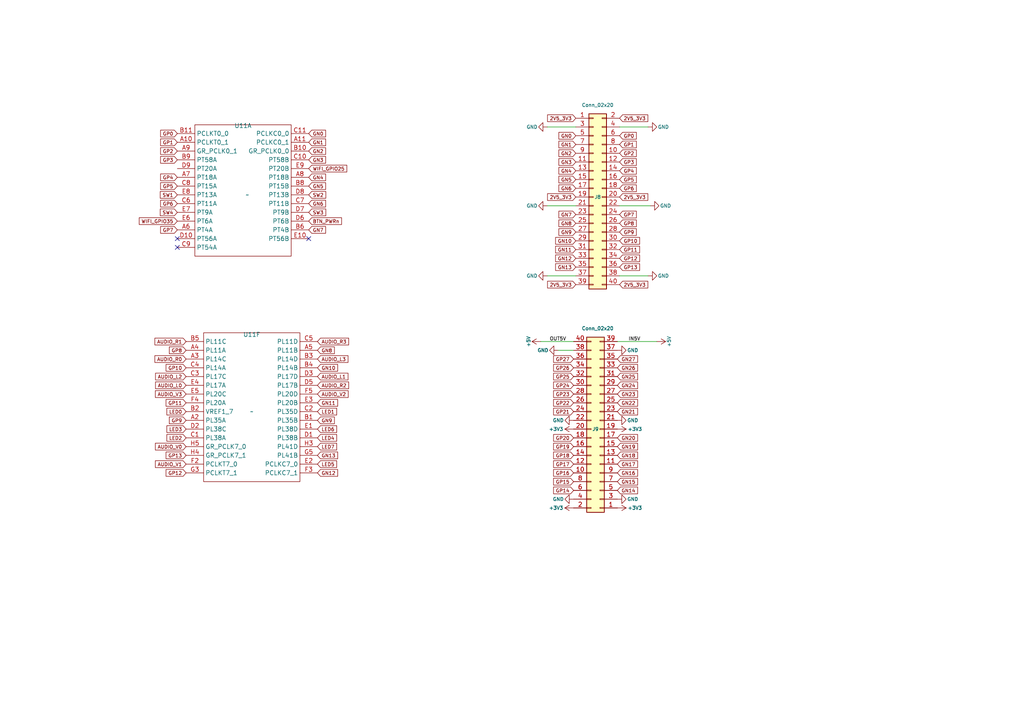
<source format=kicad_sch>
(kicad_sch (version 20230121) (generator eeschema)
  (paper "A4")
  (lib_symbols
    (symbol "Connector_Generic:Conn_02x20_Odd_Even" (pin_names (offset 1.016) hide)
      (property "Reference" "J" (at 1.27 25.4 0))
      (property "Value" "Conn_02x20_Odd_Even" (at 1.27 -27.94 0))
      (symbol "Conn_02x20_Odd_Even_1_1"
        (pin passive line (at -5.08 22.86 0) (length 3.81) (name "Pin_1") (number "1"))
        (pin passive line (at 7.62 12.7 180) (length 3.81) (name "Pin_10") (number "10"))
        (pin passive line (at -5.08 10.16 0) (length 3.81) (name "Pin_11") (number "11"))
        (pin passive line (at 7.62 10.16 180) (length 3.81) (name "Pin_12") (number "12"))
        (pin passive line (at -5.08 7.62 0) (length 3.81) (name "Pin_13") (number "13"))
        (pin passive line (at 7.62 7.62 180) (length 3.81) (name "Pin_14") (number "14"))
        (pin passive line (at -5.08 5.08 0) (length 3.81) (name "Pin_15") (number "15"))
        (pin passive line (at 7.62 5.08 180) (length 3.81) (name "Pin_16") (number "16"))
        (pin passive line (at -5.08 2.54 0) (length 3.81) (name "Pin_17") (number "17"))
        (pin passive line (at 7.62 2.54 180) (length 3.81) (name "Pin_18") (number "18"))
        (pin passive line (at -5.08 0 0) (length 3.81) (name "Pin_19") (number "19"))
        (pin passive line (at 7.62 22.86 180) (length 3.81) (name "Pin_2") (number "2"))
        (pin passive line (at 7.62 0 180) (length 3.81) (name "Pin_20") (number "20"))
        (pin passive line (at -5.08 -2.54 0) (length 3.81) (name "Pin_21") (number "21"))
        (pin passive line (at 7.62 -2.54 180) (length 3.81) (name "Pin_22") (number "22"))
        (pin passive line (at -5.08 -5.08 0) (length 3.81) (name "Pin_23") (number "23"))
        (pin passive line (at 7.62 -5.08 180) (length 3.81) (name "Pin_24") (number "24"))
        (pin passive line (at -5.08 -7.62 0) (length 3.81) (name "Pin_25") (number "25"))
        (pin passive line (at 7.62 -7.62 180) (length 3.81) (name "Pin_26") (number "26"))
        (pin passive line (at -5.08 -10.16 0) (length 3.81) (name "Pin_27") (number "27"))
        (pin passive line (at 7.62 -10.16 180) (length 3.81) (name "Pin_28") (number "28"))
        (pin passive line (at -5.08 -12.7 0) (length 3.81) (name "Pin_29") (number "29"))
        (pin passive line (at -5.08 20.32 0) (length 3.81) (name "Pin_3") (number "3"))
        (pin passive line (at 7.62 -12.7 180) (length 3.81) (name "Pin_30") (number "30"))
        (pin passive line (at -5.08 -15.24 0) (length 3.81) (name "Pin_31") (number "31"))
        (pin passive line (at 7.62 -15.24 180) (length 3.81) (name "Pin_32") (number "32"))
        (pin passive line (at -5.08 -17.78 0) (length 3.81) (name "Pin_33") (number "33"))
        (pin passive line (at 7.62 -17.78 180) (length 3.81) (name "Pin_34") (number "34"))
        (pin passive line (at -5.08 -20.32 0) (length 3.81) (name "Pin_35") (number "35"))
        (pin passive line (at 7.62 -20.32 180) (length 3.81) (name "Pin_36") (number "36"))
        (pin passive line (at -5.08 -22.86 0) (length 3.81) (name "Pin_37") (number "37"))
        (pin passive line (at 7.62 -22.86 180) (length 3.81) (name "Pin_38") (number "38"))
        (pin passive line (at -5.08 -25.4 0) (length 3.81) (name "Pin_39") (number "39"))
        (pin passive line (at 7.62 20.32 180) (length 3.81) (name "Pin_4") (number "4"))
        (pin passive line (at 7.62 -25.4 180) (length 3.81) (name "Pin_40") (number "40"))
        (pin passive line (at -5.08 17.78 0) (length 3.81) (name "Pin_5") (number "5"))
        (pin passive line (at 7.62 17.78 180) (length 3.81) (name "Pin_6") (number "6"))
        (pin passive line (at -5.08 15.24 0) (length 3.81) (name "Pin_7") (number "7"))
        (pin passive line (at 7.62 15.24 180) (length 3.81) (name "Pin_8") (number "8"))
        (pin passive line (at -5.08 12.7 0) (length 3.81) (name "Pin_9") (number "9"))
      )
    )
    (symbol "Library_Ulx3:ULX3_(FPGA)"
      (property "Reference" "U" (at 0 0 0))
      (symbol "ULX3_(FPGA)_1_1"
        (pin input line (at -20.32 15.24 0) (length 5.08) (name "PCLKT0_1") (number "A10"))
        (pin input line (at 17.78 15.24 180) (length 5.08) (name "PCLKC0_1") (number "A11"))
        (pin input line (at -20.32 -10.16 0) (length 5.08) (name "PT4A") (number "A6"))
        (pin input line (at -20.32 5.08 0) (length 5.08) (name "PT18A") (number "A7"))
        (pin input line (at 17.78 5.08 180) (length 5.08) (name "PT18B") (number "A8"))
        (pin input line (at -20.32 12.7 0) (length 5.08) (name "GR_PCLK0_1") (number "A9"))
        (pin input line (at 17.78 12.7 180) (length 5.08) (name "GR_PCLK0_0") (number "B10"))
        (pin input line (at -20.32 17.78 0) (length 5.08) (name "PCLKT0_0") (number "B11"))
        (pin input line (at 17.78 -10.16 180) (length 5.08) (name "PT4B") (number "B6"))
        (pin input line (at 17.78 2.54 180) (length 5.08) (name "PT15B") (number "B8"))
        (pin input line (at -20.32 10.16 0) (length 5.08) (name "PT58A") (number "B9"))
        (pin input line (at 17.78 10.16 180) (length 5.08) (name "PT58B") (number "C10"))
        (pin input line (at 17.78 17.78 180) (length 5.08) (name "PCLKC0_0") (number "C11"))
        (pin input line (at -20.32 -2.54 0) (length 5.08) (name "PT11A") (number "C6"))
        (pin input line (at 17.78 -2.54 180) (length 5.08) (name "PT11B") (number "C7"))
        (pin input line (at -20.32 2.54 0) (length 5.08) (name "PT15A") (number "C8"))
        (pin input line (at -20.32 -15.24 0) (length 5.08) (name "PT54A") (number "C9"))
        (pin input line (at -20.32 -12.7 0) (length 5.08) (name "PT56A") (number "D10"))
        (pin input line (at 17.78 -7.62 180) (length 5.08) (name "PT6B") (number "D6"))
        (pin input line (at 17.78 -5.08 180) (length 5.08) (name "PT9B") (number "D7"))
        (pin input line (at 17.78 0 180) (length 5.08) (name "PT13B") (number "D8"))
        (pin input line (at -20.32 7.62 0) (length 5.08) (name "PT20A") (number "D9"))
        (pin input line (at 17.78 -12.7 180) (length 5.08) (name "PT56B") (number "E10"))
        (pin input line (at -20.32 -7.62 0) (length 5.08) (name "PT6A") (number "E6"))
        (pin input line (at -20.32 -5.08 0) (length 5.08) (name "PT9A") (number "E7"))
        (pin input line (at -20.32 0 0) (length 5.08) (name "PT13A") (number "E8"))
        (pin input line (at 17.78 7.62 180) (length 5.08) (name "PT20B") (number "E9"))
      )
      (symbol "ULX3_(FPGA)_2_1"
        (pin input line (at -20.32 -11.43 0) (length 5.08) (name "PT76A") (number "A12"))
        (pin input line (at 17.78 -11.43 180) (length 5.08) (name "PT76B") (number "A13"))
        (pin input line (at -20.32 -3.81 0) (length 5.08) (name "PT83A") (number "A14"))
        (pin input line (at -20.32 -21.59 0) (length 5.08) (name "PT103A") (number "A15"))
        (pin input line (at -20.32 6.35 0) (length 5.08) (name "PT110A") (number "A16"))
        (pin input line (at -20.32 13.97 0) (length 5.08) (name "PT116A") (number "A17"))
        (pin input line (at -20.32 16.51 0) (length 5.08) (name "PT119A") (number "A18"))
        (pin input line (at -20.32 19.05 0) (length 5.08) (name "PT121A") (number "A19"))
        (pin input line (at -20.32 -16.51 0) (length 5.08) (name "PCLKT1_0") (number "B12"))
        (pin input line (at -20.32 -8.89 0) (length 5.08) (name "PT78A") (number "B13"))
        (pin input line (at -20.32 1.27 0) (length 5.08) (name "PT105A") (number "B15"))
        (pin input line (at 17.78 6.35 180) (length 5.08) (name "PT110B") (number "B16"))
        (pin input line (at -20.32 11.43 0) (length 5.08) (name "PT114A") (number "B17"))
        (pin input line (at 17.78 13.97 180) (length 5.08) (name "PT116B") (number "B18"))
        (pin input line (at 17.78 16.51 180) (length 5.08) (name "PT119B") (number "B19"))
        (pin input line (at 17.78 19.05 180) (length 5.08) (name "PT121B") (number "B20"))
        (pin input line (at 17.78 -16.51 180) (length 5.08) (name "PCLKC1_0") (number "C12"))
        (pin input line (at 17.78 -8.89 180) (length 5.08) (name "PT78B") (number "C13"))
        (pin input line (at 17.78 -3.81 180) (length 5.08) (name "PT83B") (number "C14"))
        (pin input line (at 17.78 1.27 180) (length 5.08) (name "PT105B") (number "C15"))
        (pin input line (at -20.32 8.89 0) (length 5.08) (name "PT112A") (number "C16"))
        (pin input line (at 17.78 11.43 180) (length 5.08) (name "PT114B") (number "C17"))
        (pin input line (at -20.32 -19.05 0) (length 5.08) (name "PCLKT1_1") (number "D11"))
        (pin input line (at -20.32 -13.97 0) (length 5.08) (name "GR_PCLK1_0") (number "D12"))
        (pin input line (at -20.32 -6.35 0) (length 5.08) (name "PT80A") (number "D13"))
        (pin input line (at -20.32 -1.27 0) (length 5.08) (name "PT85A") (number "D14"))
        (pin input line (at -20.32 3.81 0) (length 5.08) (name "PT107A") (number "D15"))
        (pin input line (at 17.78 8.89 180) (length 5.08) (name "PT112B") (number "D16"))
        (pin input line (at 17.78 -19.05 180) (length 5.08) (name "PCLKC1_1") (number "E11"))
        (pin input line (at 17.78 -13.97 180) (length 5.08) (name "GR_PCLK1_1") (number "E12"))
        (pin input line (at 17.78 -6.35 180) (length 5.08) (name "PT80B") (number "E13"))
        (pin input line (at 17.78 -1.27 180) (length 5.08) (name "PT85B") (number "E14"))
        (pin input line (at 17.78 3.81 180) (length 5.08) (name "PT107B") (number "E15"))
      )
      (symbol "ULX3_(FPGA)_3_1"
        (pin input line (at -19.05 -19.05 0) (length 5.08) (name "PR11A") (number "C18"))
        (pin input line (at -19.05 1.27 0) (length 5.08) (name "PR35A") (number "C20"))
        (pin input line (at 19.05 -19.05 180) (length 5.08) (name "PR11B") (number "D17"))
        (pin input line (at -19.05 -13.97 0) (length 5.08) (name "PR14A") (number "D18"))
        (pin input line (at 19.05 1.27 180) (length 5.08) (name "PR35B") (number "D19"))
        (pin input line (at -19.05 3.81 0) (length 5.08) (name "VREF1_2") (number "D20"))
        (pin input line (at -19.05 -16.51 0) (length 5.08) (name "PR11C") (number "E16"))
        (pin input line (at 19.05 -13.97 180) (length 5.08) (name "PR14B") (number "E17"))
        (pin input line (at -19.05 -11.43 0) (length 5.08) (name "PR14C") (number "E18"))
        (pin input line (at 19.05 3.81 180) (length 5.08) (name "PR35D") (number "E19"))
        (pin input line (at -19.05 6.35 0) (length 5.08) (name "PR38A") (number "E20"))
        (pin input line (at 19.05 -16.51 180) (length 5.08) (name "PR11D") (number "F16"))
        (pin input line (at -19.05 -8.89 0) (length 5.08) (name "PR17A") (number "F17"))
        (pin input line (at 19.05 -11.43 180) (length 5.08) (name "PR14D") (number "F18"))
        (pin input line (at 19.05 6.35 180) (length 5.08) (name "PR38B") (number "F19"))
        (pin input line (at -19.05 8.89 0) (length 5.08) (name "PR38C") (number "F20"))
        (pin input line (at -19.05 -6.35 0) (length 5.08) (name "PR17C") (number "G16"))
        (pin input line (at 19.05 -8.89 180) (length 5.08) (name "PR17B") (number "G18"))
        (pin input line (at -19.05 11.43 0) (length 5.08) (name "GR_PCLK2_1") (number "G19"))
        (pin input line (at 19.05 8.89 180) (length 5.08) (name "PR38D") (number "G20"))
        (pin input line (at 19.05 -6.35 180) (length 5.08) (name "PR17D") (number "H16"))
        (pin input line (at 19.05 -3.81 180) (length 5.08) (name "PR20B") (number "H17"))
        (pin input line (at -19.05 -3.81 0) (length 5.08) (name "PR20A") (number "H18"))
        (pin input line (at 19.05 11.43 180) (length 5.08) (name "PR41B") (number "H20"))
        (pin input line (at 19.05 -1.27 180) (length 5.08) (name "PR20D") (number "J16"))
        (pin input line (at -19.05 -1.27 0) (length 5.08) (name "PR20C") (number "J17"))
        (pin input line (at -19.05 13.97 0) (length 5.08) (name "GR_PCLK2_0") (number "J18"))
        (pin input line (at -19.05 16.51 0) (length 5.08) (name "PCLKT2_1") (number "J19"))
        (pin input line (at -19.05 19.05 0) (length 5.08) (name "PCLKT2_0") (number "J20"))
        (pin input line (at -19.05 -21.59 0) (length 5.08) (name "PR29A") (number "K16"))
        (pin input line (at 19.05 -21.59 180) (length 5.08) (name "PR29B") (number "K17"))
        (pin input line (at 19.05 13.97 180) (length 5.08) (name "PR41D") (number "K18"))
        (pin input line (at 19.05 16.51 180) (length 5.08) (name "PCLKC2_1") (number "K19"))
        (pin input line (at 19.05 19.05 180) (length 5.08) (name "PCLKC2_0") (number "K20"))
      )
      (symbol "ULX3_(FPGA)_4_1"
        (pin input line (at -19.05 -15.24 0) (length 5.08) (name "GR_PCLK3_0") (number "L16"))
        (pin input line (at 19.05 -15.24 180) (length 5.08) (name "PR50B") (number "L17"))
        (pin input line (at -19.05 -12.7 0) (length 5.08) (name "GR_PCLK3_1") (number "L18"))
        (pin input line (at -19.05 -17.78 0) (length 5.08) (name "PCLKT3_0") (number "L19"))
        (pin input line (at -19.05 -20.32 0) (length 5.08) (name "PCLKT3_1") (number "L20"))
        (pin input line (at 19.05 -10.16 180) (length 5.08) (name "PR53B") (number "M17"))
        (pin input line (at 19.05 -12.7 180) (length 5.08) (name "PR50D") (number "M18"))
        (pin input line (at 19.05 -17.78 180) (length 5.08) (name "PCLKC3_0") (number "M19"))
        (pin input line (at 19.05 -20.32 180) (length 5.08) (name "PCLKC3_1") (number "M20"))
        (pin input line (at -19.05 -10.16 0) (length 5.08) (name "PR53A") (number "N16"))
        (pin input line (at -19.05 -5.08 0) (length 5.08) (name "PR56A") (number "N17"))
        (pin input line (at -19.05 -7.62 0) (length 5.08) (name "PR53C") (number "N18"))
        (pin input line (at -19.05 0 0) (length 5.08) (name "PR83A") (number "N19"))
        (pin input line (at 19.05 0 180) (length 5.08) (name "PR83B") (number "N20"))
        (pin input line (at 19.05 -5.08 180) (length 5.08) (name "VREF1_3") (number "P16"))
        (pin input line (at 19.05 -7.62 180) (length 5.08) (name "PR53D") (number "P17"))
        (pin input line (at 19.05 2.54 180) (length 5.08) (name "PR83D") (number "P18"))
        (pin input line (at -19.05 2.54 0) (length 5.08) (name "PR83C") (number "P19"))
        (pin input line (at -19.05 5.08 0) (length 5.08) (name "PR86A") (number "P20"))
        (pin input line (at -19.05 -2.54 0) (length 5.08) (name "PR56C") (number "R16"))
        (pin input line (at 19.05 -2.54 180) (length 5.08) (name "PR56D") (number "R17"))
        (pin input line (at 19.05 10.16 180) (length 5.08) (name "PR89B") (number "R18"))
        (pin input line (at 19.05 5.08 180) (length 5.08) (name "PR86B") (number "R20"))
        (pin input line (at -19.05 -22.86 0) (length 5.08) (name "PR77A") (number "T16"))
        (pin input line (at 19.05 17.78 180) (length 5.08) (name "GPLL0C_IN") (number "T17"))
        (pin input line (at 19.05 12.7 180) (length 5.08) (name "PR89D") (number "T18"))
        (pin input line (at -19.05 10.16 0) (length 5.08) (name "PR89A") (number "T19"))
        (pin input line (at -19.05 7.62 0) (length 5.08) (name "PR86C") (number "T20"))
        (pin input line (at -19.05 17.78 0) (length 5.08) (name "GPLL0T_IN") (number "U16"))
        (pin input line (at 19.05 15.24 180) (length 5.08) (name "PR92B") (number "U17"))
        (pin input line (at -19.05 15.24 0) (length 5.08) (name "PR92A") (number "U18"))
        (pin input line (at -19.05 12.7 0) (length 5.08) (name "PR89C") (number "U19"))
        (pin input line (at 19.05 7.62 180) (length 5.08) (name "PR86D") (number "U20"))
      )
      (symbol "ULX3_(FPGA)_5_1"
        (pin input line (at 19.05 15.24 180) (length 5.08) (name "PCLKC6_1") (number "F1"))
        (pin input line (at 19.05 17.78 180) (length 5.08) (name "PCLKC6_0") (number "G1"))
        (pin input line (at -19.05 15.24 0) (length 5.08) (name "PCLKT6_1") (number "G2"))
        (pin input line (at -19.05 7.62 0) (length 5.08) (name "PL53C") (number "H1"))
        (pin input line (at -19.05 17.78 0) (length 5.08) (name "PCLKT6_0") (number "H2"))
        (pin input line (at 19.05 5.08 180) (length 5.08) (name "PL53B") (number "J1"))
        (pin input line (at -19.05 12.7 0) (length 5.08) (name "GR_PCLK6_1") (number "J3"))
        (pin input line (at -19.05 10.16 0) (length 5.08) (name "GR_PCLK6_0") (number "J4"))
        (pin input line (at 19.05 10.16 180) (length 5.08) (name "PL50B") (number "J5"))
        (pin input line (at 19.05 7.62 180) (length 5.08) (name "PL53D") (number "K1"))
        (pin input line (at -19.05 5.08 0) (length 5.08) (name "PL53A") (number "K2"))
        (pin input line (at 19.05 12.7 180) (length 5.08) (name "PL50D") (number "K3"))
        (pin input line (at -19.05 0 0) (length 5.08) (name "PL56A") (number "K4"))
        (pin input line (at 19.05 0 180) (length 5.08) (name "VREF1_6") (number "K5"))
        (pin input line (at -19.05 -12.7 0) (length 5.08) (name "PL65C") (number "L1"))
        (pin input line (at 19.05 -7.62 180) (length 5.08) (name "PL86D") (number "L2"))
        (pin input line (at -19.05 -7.62 0) (length 5.08) (name "PL86C") (number "L3"))
        (pin input line (at -19.05 2.54 0) (length 5.08) (name "PL56C") (number "L4"))
        (pin input line (at 19.05 2.54 180) (length 5.08) (name "PL56D") (number "L5"))
        (pin input line (at 19.05 -15.24 180) (length 5.08) (name "PL89B") (number "M1"))
        (pin input line (at 19.05 -10.16 180) (length 5.08) (name "PL86B") (number "M3"))
        (pin input line (at -19.05 -5.08 0) (length 5.08) (name "PL83A") (number "M4"))
        (pin input line (at -19.05 -22.86 0) (length 5.08) (name "PL77A") (number "M5"))
        (pin input line (at 19.05 -12.7 180) (length 5.08) (name "PL89D") (number "N1"))
        (pin input line (at -19.05 -15.24 0) (length 5.08) (name "PL65A") (number "N2"))
        (pin input line (at -19.05 -10.16 0) (length 5.08) (name "PL86A") (number "N3"))
        (pin input line (at -19.05 -2.54 0) (length 5.08) (name "PL83C") (number "N4"))
        (pin input line (at 19.05 -5.08 180) (length 5.08) (name "PL83B") (number "N5"))
        (pin input line (at -19.05 -20.32 0) (length 5.08) (name "PL92A") (number "P1"))
        (pin input line (at 19.05 -20.32 180) (length 5.08) (name "PL92B") (number "P2"))
        (pin input line (at -19.05 -17.78 0) (length 5.08) (name "GPLL0T_IN") (number "P3"))
        (pin input line (at 19.05 -17.78 180) (length 5.08) (name "GPLL0C_IN") (number "P4"))
        (pin input line (at 19.05 -2.54 180) (length 5.08) (name "PL83D") (number "P5"))
      )
      (symbol "ULX3_(FPGA)_6_1"
        (pin input line (at -19.05 -2.54 0) (length 5.08) (name "PL35A") (number "A2"))
        (pin input line (at -19.05 15.24 0) (length 5.08) (name "PL14C") (number "A3"))
        (pin input line (at -19.05 17.78 0) (length 5.08) (name "PL11A") (number "A4"))
        (pin input line (at 19.05 17.78 180) (length 5.08) (name "PL11B") (number "A5"))
        (pin input line (at 19.05 -2.54 180) (length 5.08) (name "PL35B") (number "B1"))
        (pin input line (at -19.05 0 0) (length 5.08) (name "VREF1_7") (number "B2"))
        (pin input line (at 19.05 15.24 180) (length 5.08) (name "PL14D") (number "B3"))
        (pin input line (at 19.05 12.7 180) (length 5.08) (name "PL14B") (number "B4"))
        (pin input line (at -19.05 20.32 0) (length 5.08) (name "PL11C") (number "B5"))
        (pin input line (at -19.05 -7.62 0) (length 5.08) (name "PL38A") (number "C1"))
        (pin input line (at 19.05 0 180) (length 5.08) (name "PL35D") (number "C2"))
        (pin input line (at -19.05 10.16 0) (length 5.08) (name "PL17C") (number "C3"))
        (pin input line (at -19.05 12.7 0) (length 5.08) (name "PL14A") (number "C4"))
        (pin input line (at 19.05 20.32 180) (length 5.08) (name "PL11D") (number "C5"))
        (pin input line (at 19.05 -7.62 180) (length 5.08) (name "PL38B") (number "D1"))
        (pin input line (at -19.05 -5.08 0) (length 5.08) (name "PL38C") (number "D2"))
        (pin input line (at 19.05 10.16 180) (length 5.08) (name "PL17D") (number "D3"))
        (pin input line (at 19.05 7.62 180) (length 5.08) (name "PL17B") (number "D5"))
        (pin input line (at 19.05 -5.08 180) (length 5.08) (name "PL38D") (number "E1"))
        (pin input line (at 19.05 -15.24 180) (length 5.08) (name "PCLKC7_0") (number "E2"))
        (pin input line (at 19.05 2.54 180) (length 5.08) (name "PL20B") (number "E3"))
        (pin input line (at -19.05 7.62 0) (length 5.08) (name "PL17A") (number "E4"))
        (pin input line (at -19.05 5.08 0) (length 5.08) (name "PL20C") (number "E5"))
        (pin input line (at -19.05 -15.24 0) (length 5.08) (name "PCLKT7_0") (number "F2"))
        (pin input line (at 19.05 -17.78 180) (length 5.08) (name "PCLKC7_1") (number "F3"))
        (pin input line (at -19.05 2.54 0) (length 5.08) (name "PL20A") (number "F4"))
        (pin input line (at 19.05 5.08 180) (length 5.08) (name "PL20D") (number "F5"))
        (pin input line (at -19.05 -17.78 0) (length 5.08) (name "PCLKT7_1") (number "G3"))
        (pin input line (at 19.05 -12.7 180) (length 5.08) (name "PL41B") (number "G5"))
        (pin input line (at 19.05 -10.16 180) (length 5.08) (name "PL41D") (number "H3"))
        (pin input line (at -19.05 -12.7 0) (length 5.08) (name "GR_PCLK7_1") (number "H4"))
        (pin input line (at -19.05 -10.16 0) (length 5.08) (name "GR_PCLK7_0") (number "H5"))
      )
      (symbol "ULX3_(FPGA)_7_1"
        (pin input line (at -17.78 16.51 0) (length 5.08) (name "D7") (number "R1"))
        (pin input line (at -17.78 3.81 0) (length 5.08) (name "CSSPIN") (number "R2"))
        (pin input line (at 20.32 3.81 180) (length 5.08) (name "DOUT/CSOn") (number "R3"))
        (pin input line (at -17.78 -11.43 0) (length 5.08) (name "CFG_2") (number "R4"))
        (pin input line (at 20.32 16.51 180) (length 5.08) (name "D6") (number "T1"))
        (pin input line (at -17.78 6.35 0) (length 5.08) (name "SN/CSn") (number "T2"))
        (pin input line (at -17.78 -3.81 0) (length 5.08) (name "WRITEn") (number "T3"))
        (pin input line (at -17.78 -13.97 0) (length 5.08) (name "CFG_1") (number "T4"))
        (pin input line (at -17.78 13.97 0) (length 5.08) (name "D5/MISO2") (number "U1"))
        (pin input line (at 20.32 6.35 180) (length 5.08) (name "CS1n") (number "U2"))
        (pin input line (at -17.78 -6.35 0) (length 5.08) (name "CCLK") (number "U3"))
        (pin input line (at -17.78 -16.51 0) (length 5.08) (name "CFG_0") (number "U4"))
        (pin input line (at 20.32 13.97 180) (length 5.08) (name "D4/MOSI2") (number "V1"))
        (pin input line (at -17.78 8.89 0) (length 5.08) (name "D1/MISO") (number "V2"))
        (pin input line (at -17.78 1.27 0) (length 5.08) (name "INITn") (number "V3"))
        (pin input line (at -17.78 11.43 0) (length 5.08) (name "D3/HOLDn") (number "W1"))
        (pin input line (at 20.32 8.89 180) (length 5.08) (name "D0/MOSI") (number "W2"))
        (pin input line (at -17.78 -1.27 0) (length 5.08) (name "PROGRAMn") (number "W3"))
        (pin input line (at 20.32 11.43 180) (length 5.08) (name "D2/WPn") (number "Y2"))
        (pin input line (at -17.78 -8.89 0) (length 5.08) (name "DONE") (number "Y3"))
      )
      (symbol "ULX3_(FPGA)_8_1"
        (pin input line (at 21.59 7.62 180) (length 5.08) (name "VCCHTX0_D0CH1") (number "T10"))
        (pin input line (at -21.59 -8.89 0) (length 5.08) (name "VCCHTX0_D1CH0") (number "T11"))
        (pin input line (at -21.59 -11.43 0) (length 5.08) (name "VCCHRX0_D1CH0") (number "T12"))
        (pin input line (at 21.59 -11.43 180) (length 5.08) (name "VCCHRX0_D1CH1") (number "T13"))
        (pin input line (at 21.59 -8.89 180) (length 5.08) (name "VCCHTX0_D1CH1") (number "T14"))
        (pin input line (at -21.59 -3.81 0) (length 5.08) (name "VCCA1") (number "T15"))
        (pin input line (at -21.59 2.54 0) (length 5.08) (name "VCCA0") (number "T6"))
        (pin input line (at -21.59 7.62 0) (length 5.08) (name "VCCHTX0_D0CH0") (number "T7"))
        (pin input line (at -21.59 5.08 0) (length 5.08) (name "VCCHRX0_D0CH0") (number "T8"))
        (pin input line (at 21.59 5.08 180) (length 5.08) (name "VCCHRX0_D0CH1") (number "T9"))
        (pin input line (at -21.59 -6.35 0) (length 5.08) (name "VCCA1") (number "U15"))
        (pin input line (at -21.59 0 0) (length 5.08) (name "VCCA0") (number "U6"))
        (pin input line (at 21.59 2.54 180) (length 5.08) (name "VCCAUXA0") (number "V10"))
        (pin input line (at 21.59 0 180) (length 5.08) (name "VCCAUXA0") (number "V11"))
        (pin input line (at 21.59 -3.81 180) (length 5.08) (name "VCCAUXA1") (number "V17"))
        (pin input line (at 21.59 -6.35 180) (length 5.08) (name "VCCAUXA1") (number "V18"))
        (pin input line (at -21.59 -17.78 0) (length 5.08) (name "HDTXP0_D1CH0") (number "W13"))
        (pin input line (at 21.59 -17.78 180) (length 5.08) (name "HDTXN0_D1CH0") (number "W14"))
        (pin input line (at -21.59 -22.86 0) (length 5.08) (name "HDTXP0_D1CH1") (number "W17"))
        (pin input line (at 21.59 -22.86 180) (length 5.08) (name "HDTXN0_D1CH1") (number "W18"))
        (pin input line (at 21.59 -15.24 180) (length 5.08) (name "REFCLKN_D1") (number "W20"))
        (pin input line (at -21.59 19.05 0) (length 5.08) (name "HDTXP0_D0CH0") (number "W4"))
        (pin input line (at 21.59 19.05 180) (length 5.08) (name "HDTXN0_D0CH0") (number "W5"))
        (pin input line (at -21.59 13.97 0) (length 5.08) (name "HDTXP0_D0CH1") (number "W8"))
        (pin input line (at 21.59 13.97 180) (length 5.08) (name "HDTXN0_D0CH1") (number "W9"))
        (pin input line (at -21.59 21.59 0) (length 5.08) (name "REFCLKP_D0") (number "Y11"))
        (pin input line (at 21.59 21.59 180) (length 5.08) (name "REFCLKN_D0") (number "Y12"))
        (pin input line (at -21.59 -20.32 0) (length 5.08) (name "HDRXP0_D1CH0") (number "Y14"))
        (pin input line (at 21.59 -20.32 180) (length 5.08) (name "HDRXN0_D1CH0") (number "Y15"))
        (pin input line (at -21.59 -25.4 0) (length 5.08) (name "HDRXP0_D1CH1") (number "Y16"))
        (pin input line (at 21.59 -25.4 180) (length 5.08) (name "HDRXN0_D1CH1") (number "Y17"))
        (pin input line (at -21.59 -15.24 0) (length 5.08) (name "REFCLKP_D1") (number "Y19"))
        (pin input line (at -21.59 16.51 0) (length 5.08) (name "HDRXP0_D0CH0") (number "Y5"))
        (pin input line (at 21.59 16.51 180) (length 5.08) (name "HDRXN0_D0CH0") (number "Y6"))
        (pin input line (at -21.59 11.43 0) (length 5.08) (name "HDRXP0_D0CH1") (number "Y7"))
        (pin input line (at 21.59 11.43 180) (length 5.08) (name "HDRXN0_D0CH1") (number "Y8"))
      )
      (symbol "ULX3_(FPGA)_9_1"
        (pin input line (at -10.16 74.93 0) (length 2.54) (name "GND") (number "B14"))
        (pin input line (at -10.16 76.2 0) (length 2.54) (name "GND") (number "B7"))
        (pin input line (at -10.16 73.66 0) (length 2.54) (name "GND") (number "C19"))
        (pin input line (at -10.16 72.39 0) (length 2.54) (name "GND") (number "D4"))
        (pin input line (at 12.7 -38.1 180) (length 2.54) (name "VCC100_2") (number "F10"))
        (pin input line (at 12.7 0 180) (length 2.54) (name "VCC101_1") (number "F11"))
        (pin input line (at 12.7 -2.54 180) (length 2.54) (name "VCC101_2") (number "F12"))
        (pin input line (at -10.16 68.58 0) (length 2.54) (name "GND") (number "F13"))
        (pin input line (at -10.16 67.31 0) (length 2.54) (name "GND") (number "F14"))
        (pin input line (at 12.7 10.16 180) (length 2.54) (name "VCCAUX_2") (number "F15"))
        (pin input line (at 12.7 12.7 180) (length 2.54) (name "VCCAUX_1") (number "F6"))
        (pin input line (at -10.16 71.12 0) (length 2.54) (name "GND") (number "F7"))
        (pin input line (at -10.16 69.85 0) (length 2.54) (name "GND") (number "F8"))
        (pin input line (at 12.7 -35.56 180) (length 2.54) (name "VCC100_1") (number "F9"))
        (pin input line (at -10.16 59.69 0) (length 2.54) (name "GND") (number "G10"))
        (pin input line (at -10.16 58.42 0) (length 2.54) (name "GND") (number "G11"))
        (pin input line (at -10.16 57.15 0) (length 2.54) (name "GND") (number "G12"))
        (pin input line (at -10.16 55.88 0) (length 2.54) (name "GND") (number "G13"))
        (pin input line (at -10.16 54.61 0) (length 2.54) (name "GND") (number "G14"))
        (pin input line (at -10.16 53.34 0) (length 2.54) (name "GND") (number "G15"))
        (pin input line (at -10.16 52.07 0) (length 2.54) (name "GND") (number "G17"))
        (pin input line (at -10.16 66.04 0) (length 2.54) (name "GND") (number "G4"))
        (pin input line (at -10.16 64.77 0) (length 2.54) (name "GND") (number "G6"))
        (pin input line (at -10.16 63.5 0) (length 2.54) (name "GND") (number "G7"))
        (pin input line (at -10.16 62.23 0) (length 2.54) (name "GND") (number "G8"))
        (pin input line (at -10.16 60.96 0) (length 2.54) (name "GND") (number "G9"))
        (pin input line (at 12.7 60.96 180) (length 2.54) (name "VCC_3") (number "H10"))
        (pin input line (at 12.7 58.42 180) (length 2.54) (name "VCC_4") (number "H11"))
        (pin input line (at 12.7 55.88 180) (length 2.54) (name "VCC_5") (number "H12"))
        (pin input line (at 12.7 53.34 180) (length 2.54) (name "VCC_6") (number "H13"))
        (pin input line (at 12.7 -5.08 180) (length 2.54) (name "VCC102_1") (number "H14"))
        (pin input line (at 12.7 -7.62 180) (length 2.54) (name "VCC102_2") (number "H15"))
        (pin input line (at -10.16 50.8 0) (length 2.54) (name "GND") (number "H19"))
        (pin input line (at 12.7 -40.64 180) (length 2.54) (name "VCCI07_1") (number "H6"))
        (pin input line (at 12.7 -43.18 180) (length 2.54) (name "VCCI07_2") (number "H7"))
        (pin input line (at 12.7 66.04 180) (length 2.54) (name "VCC_1") (number "H8"))
        (pin input line (at 12.7 63.5 180) (length 2.54) (name "VCC_2") (number "H9"))
        (pin input line (at -10.16 45.72 0) (length 2.54) (name "GND") (number "J10"))
        (pin input line (at -10.16 44.45 0) (length 2.54) (name "GND") (number "J11"))
        (pin input line (at -10.16 43.18 0) (length 2.54) (name "GND") (number "J12"))
        (pin input line (at 12.7 48.26 180) (length 2.54) (name "VCC_8") (number "J13"))
        (pin input line (at -10.16 41.91 0) (length 2.54) (name "GND") (number "J14"))
        (pin input line (at 12.7 -10.16 180) (length 2.54) (name "VCC102_3") (number "J15"))
        (pin input line (at -10.16 49.53 0) (length 2.54) (name "GND") (number "J2"))
        (pin input line (at 12.7 -45.72 180) (length 2.54) (name "VCC107_3") (number "J6"))
        (pin input line (at -10.16 48.26 0) (length 2.54) (name "GND") (number "J7"))
        (pin input line (at 12.7 50.8 180) (length 2.54) (name "VCC_7") (number "J8"))
        (pin input line (at -10.16 46.99 0) (length 2.54) (name "GND") (number "J9"))
        (pin input line (at -10.16 36.83 0) (length 2.54) (name "GND") (number "K10"))
        (pin input line (at -10.16 35.56 0) (length 2.54) (name "GND") (number "K11"))
        (pin input line (at -10.16 34.29 0) (length 2.54) (name "GND") (number "K12"))
        (pin input line (at 12.7 43.18 180) (length 2.54) (name "VCC_10") (number "K13"))
        (pin input line (at -10.16 33.02 0) (length 2.54) (name "GND") (number "K14"))
        (pin input line (at -10.16 31.75 0) (length 2.54) (name "GND") (number "K15"))
        (pin input line (at -10.16 40.64 0) (length 2.54) (name "GND") (number "K6"))
        (pin input line (at -10.16 39.37 0) (length 2.54) (name "GND") (number "K7"))
        (pin input line (at 12.7 45.72 180) (length 2.54) (name "VCC_9") (number "K8"))
        (pin input line (at -10.16 38.1 0) (length 2.54) (name "GND") (number "K9"))
        (pin input line (at -10.16 29.21 0) (length 2.54) (name "GND") (number "L10"))
        (pin input line (at -10.16 27.94 0) (length 2.54) (name "GND") (number "L11"))
        (pin input line (at -10.16 26.67 0) (length 2.54) (name "GND") (number "L12"))
        (pin input line (at 12.7 38.1 180) (length 2.54) (name "VCC_12") (number "L13"))
        (pin input line (at 12.7 -12.7 180) (length 2.54) (name "VCC103_1") (number "L14"))
        (pin input line (at 12.7 -15.24 180) (length 2.54) (name "VCC103_2") (number "L15"))
        (pin input line (at 12.7 -20.32 180) (length 2.54) (name "VCC106_1") (number "L6"))
        (pin input line (at 12.7 -22.86 180) (length 2.54) (name "VCC106_2") (number "L7"))
        (pin input line (at 12.7 40.64 180) (length 2.54) (name "VCC_11") (number "L8"))
        (pin input line (at -10.16 30.48 0) (length 2.54) (name "GND") (number "L9"))
        (pin input line (at -10.16 21.59 0) (length 2.54) (name "GND") (number "M10"))
        (pin input line (at -10.16 20.32 0) (length 2.54) (name "GND") (number "M11"))
        (pin input line (at -10.16 19.05 0) (length 2.54) (name "GND") (number "M12"))
        (pin input line (at 12.7 33.02 180) (length 2.54) (name "VCC_14") (number "M13"))
        (pin input line (at -10.16 17.78 0) (length 2.54) (name "GND") (number "M14"))
        (pin input line (at 12.7 -17.78 180) (length 2.54) (name "VCC103_3") (number "M15"))
        (pin input line (at -10.16 16.51 0) (length 2.54) (name "GND") (number "M16"))
        (pin input line (at -10.16 25.4 0) (length 2.54) (name "GND") (number "M2"))
        (pin input line (at 12.7 -25.4 180) (length 2.54) (name "VCC106_3") (number "M6"))
        (pin input line (at -10.16 24.13 0) (length 2.54) (name "GND") (number "M7"))
        (pin input line (at 12.7 35.56 180) (length 2.54) (name "VCC_13") (number "M8"))
        (pin input line (at -10.16 22.86 0) (length 2.54) (name "GND") (number "M9"))
        (pin input line (at 12.7 25.4 180) (length 2.54) (name "VCC_17") (number "N10"))
        (pin input line (at 12.7 22.86 180) (length 2.54) (name "VCC_18") (number "N11"))
        (pin input line (at 12.7 20.32 180) (length 2.54) (name "VCC_19") (number "N12"))
        (pin input line (at 12.7 17.78 180) (length 2.54) (name "VCC_20") (number "N13"))
        (pin input line (at -10.16 12.7 0) (length 2.54) (name "GND") (number "N14"))
        (pin input line (at -10.16 11.43 0) (length 2.54) (name "GND") (number "N15"))
        (pin input line (at -10.16 15.24 0) (length 2.54) (name "GND") (number "N6"))
        (pin input line (at -10.16 13.97 0) (length 2.54) (name "GND") (number "N7"))
        (pin input line (at 12.7 30.48 180) (length 2.54) (name "VCC_15") (number "N8"))
        (pin input line (at 12.7 27.94 180) (length 2.54) (name "VCC_16") (number "N9"))
        (pin input line (at 12.7 -30.48 180) (length 2.54) (name "VCC108_2") (number "P10"))
        (pin input line (at -10.16 7.62 0) (length 2.54) (name "GND") (number "P11"))
        (pin input line (at -10.16 6.35 0) (length 2.54) (name "GND") (number "P12"))
        (pin input line (at -10.16 5.08 0) (length 2.54) (name "GND") (number "P13"))
        (pin input line (at -10.16 3.81 0) (length 2.54) (name "GND") (number "P14"))
        (pin input line (at 12.7 5.08 180) (length 2.54) (name "VCCAUX_4") (number "P15"))
        (pin input line (at 12.7 7.62 180) (length 2.54) (name "VCCAUX_3") (number "P6"))
        (pin input line (at -10.16 10.16 0) (length 2.54) (name "GND") (number "P7"))
        (pin input line (at -10.16 8.89 0) (length 2.54) (name "GND") (number "P8"))
        (pin input line (at 12.7 -27.94 180) (length 2.54) (name "VCC108_1") (number "P9"))
        (pin input line (at -10.16 2.54 0) (length 2.54) (name "GND") (number "R19"))
        (pin input line (at -10.16 -3.81 0) (length 2.54) (name "GND") (number "T10"))
        (pin input line (at -10.16 -5.08 0) (length 2.54) (name "GND") (number "T11"))
        (pin input line (at -10.16 -6.35 0) (length 2.54) (name "GND") (number "T12"))
        (pin input line (at -10.16 -7.62 0) (length 2.54) (name "GND") (number "T13"))
        (pin input line (at -10.16 -8.89 0) (length 2.54) (name "GND") (number "T14"))
        (pin input line (at -10.16 -10.16 0) (length 2.54) (name "GND") (number "T15"))
        (pin input line (at -10.16 1.27 0) (length 2.54) (name "GND") (number "T6"))
        (pin input line (at -10.16 0 0) (length 2.54) (name "GND") (number "T7"))
        (pin input line (at -10.16 -1.27 0) (length 2.54) (name "GND") (number "T8"))
        (pin input line (at -10.16 -2.54 0) (length 2.54) (name "GND") (number "T9"))
        (pin input line (at -10.16 -16.51 0) (length 2.54) (name "GND") (number "U10"))
        (pin input line (at -10.16 -17.78 0) (length 2.54) (name "GND") (number "U11"))
        (pin input line (at -10.16 -19.05 0) (length 2.54) (name "GND") (number "U12"))
        (pin input line (at -10.16 -20.32 0) (length 2.54) (name "GND") (number "U13"))
        (pin input line (at -10.16 -21.59 0) (length 2.54) (name "GND") (number "U14"))
        (pin input line (at -10.16 -22.86 0) (length 2.54) (name "GND") (number "U15"))
        (pin input line (at -10.16 -11.43 0) (length 2.54) (name "GND") (number "U6"))
        (pin input line (at -10.16 -12.7 0) (length 2.54) (name "GND") (number "U7"))
        (pin input line (at -10.16 -13.97 0) (length 2.54) (name "GND") (number "U8"))
        (pin input line (at -10.16 -15.24 0) (length 2.54) (name "GND") (number "U9"))
        (pin input line (at -10.16 -30.48 0) (length 2.54) (name "GND") (number "V10"))
        (pin input line (at -10.16 -31.75 0) (length 2.54) (name "GND") (number "V11"))
        (pin input line (at -10.16 -33.02 0) (length 2.54) (name "GND") (number "V12"))
        (pin input line (at -10.16 -34.29 0) (length 2.54) (name "GND") (number "V13"))
        (pin input line (at -10.16 -35.56 0) (length 2.54) (name "GND") (number "V14"))
        (pin input line (at -10.16 -36.83 0) (length 2.54) (name "GND") (number "V15"))
        (pin input line (at -10.16 -38.1 0) (length 2.54) (name "GND") (number "V16"))
        (pin input line (at -10.16 -39.37 0) (length 2.54) (name "GND") (number "V17"))
        (pin input line (at -10.16 -40.64 0) (length 2.54) (name "GND") (number "V18"))
        (pin input line (at -10.16 -41.91 0) (length 2.54) (name "GND") (number "V19"))
        (pin input line (at -10.16 -43.18 0) (length 2.54) (name "GND") (number "V20"))
        (pin input line (at -10.16 -24.13 0) (length 2.54) (name "GND") (number "V5"))
        (pin input line (at -10.16 -25.4 0) (length 2.54) (name "GND") (number "V6"))
        (pin input line (at -10.16 -26.67 0) (length 2.54) (name "GND") (number "V7"))
        (pin input line (at -10.16 -27.94 0) (length 2.54) (name "GND") (number "V8"))
        (pin input line (at -10.16 -29.21 0) (length 2.54) (name "GND") (number "V9"))
        (pin input line (at -10.16 -46.99 0) (length 2.54) (name "GND") (number "W12"))
        (pin input line (at -10.16 -48.26 0) (length 2.54) (name "GND") (number "W15"))
        (pin input line (at -10.16 -49.53 0) (length 2.54) (name "GND") (number "W16"))
        (pin input line (at -10.16 -50.8 0) (length 2.54) (name "GND") (number "W19"))
        (pin input line (at -10.16 -52.07 0) (length 2.54) (name "GND") (number "W20"))
        (pin input line (at -10.16 -44.45 0) (length 2.54) (name "GND") (number "W6"))
        (pin input line (at -10.16 -45.72 0) (length 2.54) (name "GND") (number "W7"))
        (pin input line (at -10.16 -58.42 0) (length 2.54) (name "GND") (number "Y11"))
        (pin input line (at -10.16 -59.69 0) (length 2.54) (name "GND") (number "Y12"))
        (pin input line (at -10.16 -60.96 0) (length 2.54) (name "GND") (number "Y14"))
        (pin input line (at -10.16 -62.23 0) (length 2.54) (name "GND") (number "Y15"))
        (pin input line (at -10.16 -63.5 0) (length 2.54) (name "GND") (number "Y16"))
        (pin input line (at -10.16 -64.77 0) (length 2.54) (name "GND") (number "Y17"))
        (pin input line (at -10.16 -66.04 0) (length 2.54) (name "GND") (number "Y19"))
        (pin input line (at -10.16 -53.34 0) (length 2.54) (name "GND") (number "Y5"))
        (pin input line (at -10.16 -54.61 0) (length 2.54) (name "GND") (number "Y6"))
        (pin input line (at -10.16 -55.88 0) (length 2.54) (name "GND") (number "Y7"))
        (pin input line (at -10.16 -57.15 0) (length 2.54) (name "GND") (number "Y8"))
      )
      (symbol "ULX3_(FPGA)_10_0"
        (text "JTAG" (at 6.35 1.27 0) (effects (font (size 1.524 1.524))))
      )
      (symbol "ULX3_(FPGA)_10_1"
        (text "PROG" (at 6.35 -1.27 0) (effects (font (size 1.524 1.524))))
        (pin input line (at -11.43 3.81 0) (length 5.08) (name "TDI") (number "R5"))
        (pin input line (at -11.43 -1.27 0) (length 5.08) (name "TCK") (number "T5"))
        (pin input line (at -11.43 -3.81 0) (length 5.08) (name "TMS") (number "U5"))
        (pin input line (at -11.43 1.27 0) (length 5.08) (name "TDO") (number "V4"))
      )
    )
    (symbol "power:+3V3" (power) (pin_names (offset 0))
      (property "Value" "+3V3" (at 0 3.556 0))
      (symbol "+3V3_1_1"
        (pin power_in line (at 0 0 90) (length 0) hide (name "+3V3") (number "1"))
      )
    )
    (symbol "power:+5V" (power) (pin_names (offset 0))
      (property "Value" "+5V" (at 0 3.556 0))
      (symbol "+5V_1_1"
        (pin power_in line (at 0 0 90) (length 0) hide (name "+5V") (number "1"))
      )
    )
    (symbol "power:GND" (power) (pin_names (offset 0))
      (property "Value" "GND" (at 0 -3.81 0))
      (symbol "GND_1_1"
        (pin power_in line (at 0 0 270) (length 0) hide (name "GND") (number "1"))
      )
    )
  )
  (no_connect (at 51.435 69.215))
  (no_connect (at 51.435 71.755))
  (no_connect (at 89.535 69.215))
  (wire (pts (xy 161.925 101.6) (xy 166.37 101.6)))
  (wire (pts (xy 158.75 36.83) (xy 167.005 36.83)))
  (wire (pts (xy 187.96 80.01) (xy 179.705 80.01)))
  (wire (pts (xy 187.96 36.83) (xy 179.705 36.83)))
  (wire (pts (xy 158.75 59.69) (xy 167.005 59.69)))
  (wire (pts (xy 156.845 99.06) (xy 166.37 99.06)))
  (wire (pts (xy 158.75 80.01) (xy 167.005 80.01)))
  (wire (pts (xy 179.07 99.06) (xy 190.5 99.06)))
  (wire (pts (xy 188.595 59.69) (xy 179.705 59.69)))
  (label "OUT5V" (at 159.385 99.06 0) (effects (font (size 1 1))))
  (label "IN5V" (at 182.245 99.06 0) (effects (font (size 1 1))))
  (global_label "GP4" (shape input) (at 179.705 49.53 0) (effects (font (size 1 1))) (property "Intersheetrefs" "${INTERSHEET_REFS}" (effects hide)))
  (global_label "2V5_3V3" (shape input) (at 167.005 57.15 180) (effects (font (size 1 1))) (property "Intersheetrefs" "${INTERSHEET_REFS}" (effects hide)))
  (global_label "GP3" (shape input) (at 51.435 46.355 180) (effects (font (size 1 1))) (property "Intersheetrefs" "${INTERSHEET_REFS}" (effects hide)))
  (global_label "GN1" (shape input) (at 89.535 41.275 0) (effects (font (size 1 1))) (property "Intersheetrefs" "${INTERSHEET_REFS}" (effects hide)))
  (global_label "LED6" (shape input) (at 92.075 124.46 0) (effects (font (size 1 1))) (property "Intersheetrefs" "${INTERSHEET_REFS}" (effects hide)))
  (global_label "GN12" (shape input) (at 92.075 137.16 0) (effects (font (size 1 1))) (property "Intersheetrefs" "${INTERSHEET_REFS}" (effects hide)))
  (global_label "GP8" (shape input) (at 53.975 101.6 180) (effects (font (size 1 1))) (property "Intersheetrefs" "${INTERSHEET_REFS}" (effects hide)))
  (global_label "GN20" (shape input) (at 179.07 127 0) (effects (font (size 1 1))) (property "Intersheetrefs" "${INTERSHEET_REFS}" (effects hide)))
  (global_label "LED3" (shape input) (at 53.975 124.46 180) (effects (font (size 1 1))) (property "Intersheetrefs" "${INTERSHEET_REFS}" (effects hide)))
  (global_label "GN5" (shape input) (at 167.005 52.07 180) (effects (font (size 1 1))) (property "Intersheetrefs" "${INTERSHEET_REFS}" (effects hide)))
  (global_label "GP10" (shape input) (at 179.705 69.85 0) (effects (font (size 1 1))) (property "Intersheetrefs" "${INTERSHEET_REFS}" (effects hide)))
  (global_label "GN5" (shape input) (at 89.535 53.975 0) (effects (font (size 1 1))) (property "Intersheetrefs" "${INTERSHEET_REFS}" (effects hide)))
  (global_label "GP2" (shape input) (at 179.705 44.45 0) (effects (font (size 1 1))) (property "Intersheetrefs" "${INTERSHEET_REFS}" (effects hide)))
  (global_label "GP7" (shape input) (at 179.705 62.23 0) (effects (font (size 1 1))) (property "Intersheetrefs" "${INTERSHEET_REFS}" (effects hide)))
  (global_label "GN10" (shape input) (at 92.075 106.68 0) (effects (font (size 1 1))) (property "Intersheetrefs" "${INTERSHEET_REFS}" (effects hide)))
  (global_label "GP1" (shape input) (at 51.435 41.275 180) (effects (font (size 1 1))) (property "Intersheetrefs" "${INTERSHEET_REFS}" (effects hide)))
  (global_label "GN4" (shape input) (at 89.535 51.435 0) (effects (font (size 1 1))) (property "Intersheetrefs" "${INTERSHEET_REFS}" (effects hide)))
  (global_label "GP6" (shape input) (at 51.435 59.055 180) (effects (font (size 1 1))) (property "Intersheetrefs" "${INTERSHEET_REFS}" (effects hide)))
  (global_label "2V5_3V3" (shape input) (at 167.005 34.29 180) (effects (font (size 1 1))) (property "Intersheetrefs" "${INTERSHEET_REFS}" (effects hide)))
  (global_label "AUDIO_L3" (shape input) (at 92.075 104.14 0) (effects (font (size 1 1))) (property "Intersheetrefs" "${INTERSHEET_REFS}" (effects hide)))
  (global_label "GP5" (shape input) (at 179.705 52.07 0) (effects (font (size 1 1))) (property "Intersheetrefs" "${INTERSHEET_REFS}" (effects hide)))
  (global_label "GN8" (shape input) (at 92.075 101.6 0) (effects (font (size 1 1))) (property "Intersheetrefs" "${INTERSHEET_REFS}" (effects hide)))
  (global_label "GP18" (shape input) (at 166.37 132.08 180) (effects (font (size 1 1))) (property "Intersheetrefs" "${INTERSHEET_REFS}" (effects hide)))
  (global_label "SW3" (shape input) (at 89.535 61.595 0) (effects (font (size 1 1))) (property "Intersheetrefs" "${INTERSHEET_REFS}" (effects hide)))
  (global_label "GN4" (shape input) (at 167.005 49.53 180) (effects (font (size 1 1))) (property "Intersheetrefs" "${INTERSHEET_REFS}" (effects hide)))
  (global_label "GN7" (shape input) (at 89.535 66.675 0) (effects (font (size 1 1))) (property "Intersheetrefs" "${INTERSHEET_REFS}" (effects hide)))
  (global_label "GP4" (shape input) (at 51.435 51.435 180) (effects (font (size 1 1))) (property "Intersheetrefs" "${INTERSHEET_REFS}" (effects hide)))
  (global_label "GP26" (shape input) (at 166.37 106.68 180) (effects (font (size 1 1))) (property "Intersheetrefs" "${INTERSHEET_REFS}" (effects hide)))
  (global_label "GP25" (shape input) (at 166.37 109.22 180) (effects (font (size 1 1))) (property "Intersheetrefs" "${INTERSHEET_REFS}" (effects hide)))
  (global_label "GN6" (shape input) (at 89.535 59.055 0) (effects (font (size 1 1))) (property "Intersheetrefs" "${INTERSHEET_REFS}" (effects hide)))
  (global_label "AUDIO_R1" (shape input) (at 53.975 99.06 180) (effects (font (size 1 1))) (property "Intersheetrefs" "${INTERSHEET_REFS}" (effects hide)))
  (global_label "GP22" (shape input) (at 166.37 116.84 180) (effects (font (size 1 1))) (property "Intersheetrefs" "${INTERSHEET_REFS}" (effects hide)))
  (global_label "AUDIO_R3" (shape input) (at 92.075 99.06 0) (effects (font (size 1 1))) (property "Intersheetrefs" "${INTERSHEET_REFS}" (effects hide)))
  (global_label "GP19" (shape input) (at 166.37 129.54 180) (effects (font (size 1 1))) (property "Intersheetrefs" "${INTERSHEET_REFS}" (effects hide)))
  (global_label "GP14" (shape input) (at 166.37 142.24 180) (effects (font (size 1 1))) (property "Intersheetrefs" "${INTERSHEET_REFS}" (effects hide)))
  (global_label "GP0" (shape input) (at 179.705 39.37 0) (effects (font (size 1 1))) (property "Intersheetrefs" "${INTERSHEET_REFS}" (effects hide)))
  (global_label "LED2" (shape input) (at 53.975 127 180) (effects (font (size 1 1))) (property "Intersheetrefs" "${INTERSHEET_REFS}" (effects hide)))
  (global_label "GN22" (shape input) (at 179.07 116.84 0) (effects (font (size 1 1))) (property "Intersheetrefs" "${INTERSHEET_REFS}" (effects hide)))
  (global_label "GP0" (shape input) (at 51.435 38.735 180) (effects (font (size 1 1))) (property "Intersheetrefs" "${INTERSHEET_REFS}" (effects hide)))
  (global_label "SW4" (shape input) (at 51.435 61.595 180) (effects (font (size 1 1))) (property "Intersheetrefs" "${INTERSHEET_REFS}" (effects hide)))
  (global_label "GN0" (shape input) (at 89.535 38.735 0) (effects (font (size 1 1))) (property "Intersheetrefs" "${INTERSHEET_REFS}" (effects hide)))
  (global_label "WIFI_GPIO25" (shape input) (at 89.535 48.895 0) (effects (font (size 1 1))) (property "Intersheetrefs" "${INTERSHEET_REFS}" (effects hide)))
  (global_label "GP17" (shape input) (at 166.37 134.62 180) (effects (font (size 1 1))) (property "Intersheetrefs" "${INTERSHEET_REFS}" (effects hide)))
  (global_label "AUDIO_L0" (shape input) (at 53.975 111.76 180) (effects (font (size 1 1))) (property "Intersheetrefs" "${INTERSHEET_REFS}" (effects hide)))
  (global_label "GN2" (shape input) (at 89.535 43.815 0) (effects (font (size 1 1))) (property "Intersheetrefs" "${INTERSHEET_REFS}" (effects hide)))
  (global_label "GP10" (shape input) (at 53.975 106.68 180) (effects (font (size 1 1))) (property "Intersheetrefs" "${INTERSHEET_REFS}" (effects hide)))
  (global_label "WIFI_GPIO35" (shape input) (at 51.435 64.135 180) (effects (font (size 1 1))) (property "Intersheetrefs" "${INTERSHEET_REFS}" (effects hide)))
  (global_label "AUDIO_V0" (shape input) (at 53.975 129.54 180) (effects (font (size 1 1))) (property "Intersheetrefs" "${INTERSHEET_REFS}" (effects hide)))
  (global_label "GP13" (shape input) (at 53.975 132.08 180) (effects (font (size 1 1))) (property "Intersheetrefs" "${INTERSHEET_REFS}" (effects hide)))
  (global_label "AUDIO_R2" (shape input) (at 92.075 111.76 0) (effects (font (size 1 1))) (property "Intersheetrefs" "${INTERSHEET_REFS}" (effects hide)))
  (global_label "SW2" (shape input) (at 89.535 56.515 0) (effects (font (size 1 1))) (property "Intersheetrefs" "${INTERSHEET_REFS}" (effects hide)))
  (global_label "AUDIO_R0" (shape input) (at 53.975 104.14 180) (effects (font (size 1 1))) (property "Intersheetrefs" "${INTERSHEET_REFS}" (effects hide)))
  (global_label "2V5_3V3" (shape input) (at 179.705 57.15 0) (effects (font (size 1 1))) (property "Intersheetrefs" "${INTERSHEET_REFS}" (effects hide)))
  (global_label "GN19" (shape input) (at 179.07 129.54 0) (effects (font (size 1 1))) (property "Intersheetrefs" "${INTERSHEET_REFS}" (effects hide)))
  (global_label "AUDIO_L1" (shape input) (at 92.075 109.22 0) (effects (font (size 1 1))) (property "Intersheetrefs" "${INTERSHEET_REFS}" (effects hide)))
  (global_label "GP15" (shape input) (at 166.37 139.7 180) (effects (font (size 1 1))) (property "Intersheetrefs" "${INTERSHEET_REFS}" (effects hide)))
  (global_label "GN16" (shape input) (at 179.07 137.16 0) (effects (font (size 1 1))) (property "Intersheetrefs" "${INTERSHEET_REFS}" (effects hide)))
  (global_label "GP8" (shape input) (at 179.705 64.77 0) (effects (font (size 1 1))) (property "Intersheetrefs" "${INTERSHEET_REFS}" (effects hide)))
  (global_label "GP16" (shape input) (at 166.37 137.16 180) (effects (font (size 1 1))) (property "Intersheetrefs" "${INTERSHEET_REFS}" (effects hide)))
  (global_label "GN11" (shape input) (at 167.005 72.39 180) (effects (font (size 1 1))) (property "Intersheetrefs" "${INTERSHEET_REFS}" (effects hide)))
  (global_label "AUDIO_L2" (shape input) (at 53.975 109.22 180) (effects (font (size 1 1))) (property "Intersheetrefs" "${INTERSHEET_REFS}" (effects hide)))
  (global_label "GN3" (shape input) (at 167.005 46.99 180) (effects (font (size 1 1))) (property "Intersheetrefs" "${INTERSHEET_REFS}" (effects hide)))
  (global_label "GN27" (shape input) (at 179.07 104.14 0) (effects (font (size 1 1))) (property "Intersheetrefs" "${INTERSHEET_REFS}" (effects hide)))
  (global_label "GN8" (shape input) (at 167.005 64.77 180) (effects (font (size 1 1))) (property "Intersheetrefs" "${INTERSHEET_REFS}" (effects hide)))
  (global_label "GN12" (shape input) (at 167.005 74.93 180) (effects (font (size 1 1))) (property "Intersheetrefs" "${INTERSHEET_REFS}" (effects hide)))
  (global_label "GP3" (shape input) (at 179.705 46.99 0) (effects (font (size 1 1))) (property "Intersheetrefs" "${INTERSHEET_REFS}" (effects hide)))
  (global_label "GN17" (shape input) (at 179.07 134.62 0) (effects (font (size 1 1))) (property "Intersheetrefs" "${INTERSHEET_REFS}" (effects hide)))
  (global_label "GP1" (shape input) (at 179.705 41.91 0) (effects (font (size 1 1))) (property "Intersheetrefs" "${INTERSHEET_REFS}" (effects hide)))
  (global_label "GN11" (shape input) (at 92.075 116.84 0) (effects (font (size 1 1))) (property "Intersheetrefs" "${INTERSHEET_REFS}" (effects hide)))
  (global_label "AUDIO_V3" (shape input) (at 53.975 114.3 180) (effects (font (size 1 1))) (property "Intersheetrefs" "${INTERSHEET_REFS}" (effects hide)))
  (global_label "GP11" (shape input) (at 179.705 72.39 0) (effects (font (size 1 1))) (property "Intersheetrefs" "${INTERSHEET_REFS}" (effects hide)))
  (global_label "GP12" (shape input) (at 53.975 137.16 180) (effects (font (size 1 1))) (property "Intersheetrefs" "${INTERSHEET_REFS}" (effects hide)))
  (global_label "GN9" (shape input) (at 92.075 121.92 0) (effects (font (size 1 1))) (property "Intersheetrefs" "${INTERSHEET_REFS}" (effects hide)))
  (global_label "GN18" (shape input) (at 179.07 132.08 0) (effects (font (size 1 1))) (property "Intersheetrefs" "${INTERSHEET_REFS}" (effects hide)))
  (global_label "GP13" (shape input) (at 179.705 77.47 0) (effects (font (size 1 1))) (property "Intersheetrefs" "${INTERSHEET_REFS}" (effects hide)))
  (global_label "AUDIO_V2" (shape input) (at 92.075 114.3 0) (effects (font (size 1 1))) (property "Intersheetrefs" "${INTERSHEET_REFS}" (effects hide)))
  (global_label "GN14" (shape input) (at 179.07 142.24 0) (effects (font (size 1 1))) (property "Intersheetrefs" "${INTERSHEET_REFS}" (effects hide)))
  (global_label "GP9" (shape input) (at 53.975 121.92 180) (effects (font (size 1 1))) (property "Intersheetrefs" "${INTERSHEET_REFS}" (effects hide)))
  (global_label "GP5" (shape input) (at 51.435 53.975 180) (effects (font (size 1 1))) (property "Intersheetrefs" "${INTERSHEET_REFS}" (effects hide)))
  (global_label "GP23" (shape input) (at 166.37 114.3 180) (effects (font (size 1 1))) (property "Intersheetrefs" "${INTERSHEET_REFS}" (effects hide)))
  (global_label "2V5_3V3" (shape input) (at 167.005 82.55 180) (effects (font (size 1 1))) (property "Intersheetrefs" "${INTERSHEET_REFS}" (effects hide)))
  (global_label "GN24" (shape input) (at 179.07 111.76 0) (effects (font (size 1 1))) (property "Intersheetrefs" "${INTERSHEET_REFS}" (effects hide)))
  (global_label "GN2" (shape input) (at 167.005 44.45 180) (effects (font (size 1 1))) (property "Intersheetrefs" "${INTERSHEET_REFS}" (effects hide)))
  (global_label "GN15" (shape input) (at 179.07 139.7 0) (effects (font (size 1 1))) (property "Intersheetrefs" "${INTERSHEET_REFS}" (effects hide)))
  (global_label "GN0" (shape input) (at 167.005 39.37 180) (effects (font (size 1 1))) (property "Intersheetrefs" "${INTERSHEET_REFS}" (effects hide)))
  (global_label "LED1" (shape input) (at 92.075 119.38 0) (effects (font (size 1 1))) (property "Intersheetrefs" "${INTERSHEET_REFS}" (effects hide)))
  (global_label "GN9" (shape input) (at 167.005 67.31 180) (effects (font (size 1 1))) (property "Intersheetrefs" "${INTERSHEET_REFS}" (effects hide)))
  (global_label "GP12" (shape input) (at 179.705 74.93 0) (effects (font (size 1 1))) (property "Intersheetrefs" "${INTERSHEET_REFS}" (effects hide)))
  (global_label "GN1" (shape input) (at 167.005 41.91 180) (effects (font (size 1 1))) (property "Intersheetrefs" "${INTERSHEET_REFS}" (effects hide)))
  (global_label "GN3" (shape input) (at 89.535 46.355 0) (effects (font (size 1 1))) (property "Intersheetrefs" "${INTERSHEET_REFS}" (effects hide)))
  (global_label "GN21" (shape input) (at 179.07 119.38 0) (effects (font (size 1 1))) (property "Intersheetrefs" "${INTERSHEET_REFS}" (effects hide)))
  (global_label "LED0" (shape input) (at 53.975 119.38 180) (effects (font (size 1 1))) (property "Intersheetrefs" "${INTERSHEET_REFS}" (effects hide)))
  (global_label "GN23" (shape input) (at 179.07 114.3 0) (effects (font (size 1 1))) (property "Intersheetrefs" "${INTERSHEET_REFS}" (effects hide)))
  (global_label "LED7" (shape input) (at 92.075 129.54 0) (effects (font (size 1 1))) (property "Intersheetrefs" "${INTERSHEET_REFS}" (effects hide)))
  (global_label "GP6" (shape input) (at 179.705 54.61 0) (effects (font (size 1 1))) (property "Intersheetrefs" "${INTERSHEET_REFS}" (effects hide)))
  (global_label "GP20" (shape input) (at 166.37 127 180) (effects (font (size 1 1))) (property "Intersheetrefs" "${INTERSHEET_REFS}" (effects hide)))
  (global_label "GP9" (shape input) (at 179.705 67.31 0) (effects (font (size 1 1))) (property "Intersheetrefs" "${INTERSHEET_REFS}" (effects hide)))
  (global_label "GN13" (shape input) (at 92.075 132.08 0) (effects (font (size 1 1))) (property "Intersheetrefs" "${INTERSHEET_REFS}" (effects hide)))
  (global_label "LED5" (shape input) (at 92.075 134.62 0) (effects (font (size 1 1))) (property "Intersheetrefs" "${INTERSHEET_REFS}" (effects hide)))
  (global_label "GP2" (shape input) (at 51.435 43.815 180) (effects (font (size 1 1))) (property "Intersheetrefs" "${INTERSHEET_REFS}" (effects hide)))
  (global_label "GP7" (shape input) (at 51.435 66.675 180) (effects (font (size 1 1))) (property "Intersheetrefs" "${INTERSHEET_REFS}" (effects hide)))
  (global_label "GN10" (shape input) (at 167.005 69.85 180) (effects (font (size 1 1))) (property "Intersheetrefs" "${INTERSHEET_REFS}" (effects hide)))
  (global_label "GN7" (shape input) (at 167.005 62.23 180) (effects (font (size 1 1))) (property "Intersheetrefs" "${INTERSHEET_REFS}" (effects hide)))
  (global_label "2V5_3V3" (shape input) (at 179.705 82.55 0) (effects (font (size 1 1))) (property "Intersheetrefs" "${INTERSHEET_REFS}" (effects hide)))
  (global_label "AUDIO_V1" (shape input) (at 53.975 134.62 180) (effects (font (size 1 1))) (property "Intersheetrefs" "${INTERSHEET_REFS}" (effects hide)))
  (global_label "GP21" (shape input) (at 166.37 119.38 180) (effects (font (size 1 1))) (property "Intersheetrefs" "${INTERSHEET_REFS}" (effects hide)))
  (global_label "GP27" (shape input) (at 166.37 104.14 180) (effects (font (size 1 1))) (property "Intersheetrefs" "${INTERSHEET_REFS}" (effects hide)))
  (global_label "GN26" (shape input) (at 179.07 106.68 0) (effects (font (size 1 1))) (property "Intersheetrefs" "${INTERSHEET_REFS}" (effects hide)))
  (global_label "GP24" (shape input) (at 166.37 111.76 180) (effects (font (size 1 1))) (property "Intersheetrefs" "${INTERSHEET_REFS}" (effects hide)))
  (global_label "GN6" (shape input) (at 167.005 54.61 180) (effects (font (size 1 1))) (property "Intersheetrefs" "${INTERSHEET_REFS}" (effects hide)))
  (global_label "GN25" (shape input) (at 179.07 109.22 0) (effects (font (size 1 1))) (property "Intersheetrefs" "${INTERSHEET_REFS}" (effects hide)))
  (global_label "GP11" (shape input) (at 53.975 116.84 180) (effects (font (size 1 1))) (property "Intersheetrefs" "${INTERSHEET_REFS}" (effects hide)))
  (global_label "BTN_PWRn" (shape input) (at 89.535 64.135 0) (effects (font (size 1 1))) (property "Intersheetrefs" "${INTERSHEET_REFS}" (effects hide)))
  (global_label "2V5_3V3" (shape input) (at 179.705 34.29 0) (effects (font (size 1 1))) (property "Intersheetrefs" "${INTERSHEET_REFS}" (effects hide)))
  (global_label "LED4" (shape input) (at 92.075 127 0) (effects (font (size 1 1))) (property "Intersheetrefs" "${INTERSHEET_REFS}" (effects hide)))
  (global_label "GN13" (shape input) (at 167.005 77.47 180) (effects (font (size 1 1))) (property "Intersheetrefs" "${INTERSHEET_REFS}" (effects hide)))
  (global_label "SW1" (shape input) (at 51.435 56.515 180) (effects (font (size 1 1))) (property "Intersheetrefs" "${INTERSHEET_REFS}" (effects hide)))
  (symbol (lib_id "power:GND") (at 166.37 121.92 270) (unit 1)
    (property "Reference" "#PWR018" (effects hide))
    (property "Value" "GND" (at 161.925 121.92 90) (effects (font (size 1 1))))
    (instances (project "gpio" (path "" (reference "#PWR018") (unit 1))) (project "ULX3 (FPGA)" (path "" (reference "#PWR0130") (unit 1))))
  )
  (symbol (lib_id "power:GND") (at 188.595 59.69 90) (unit 1)
    (property "Reference" "#PWR08" (effects hide))
    (property "Value" "GND" (at 193.04 59.69 90) (effects (font (size 1 1))))
    (instances (project "gpio" (path "" (reference "#PWR08") (unit 1))) (project "ULX3 (FPGA)" (path "" (reference "#PWR0141") (unit 1))))
  )
  (symbol (lib_id "Connector_Generic:Conn_02x20_Odd_Even") (at 172.085 57.15 0) (unit 1)
    (property "Reference" "J8" (at 173.355 57.15 0) (effects (font (size 1 1))))
    (property "Value" "Conn_02x20" (at 173.355 30.48 0) (effects (font (size 1 1))))
    (property "Footprint" "Connector_PinHeader_2.54mm:PinHeader_2x20_P2.54mm_Vertical" (effects hide))
  )
  (symbol (lib_id "Library_Ulx3:ULX3_(FPGA)") (at 73.025 119.38 0) (unit 6)
    (property "Reference" "U11" (at 73.025 97.028 0))
    (property "Value" "~" (at 73.025 119.38 0))
    (property "Footprint" "Latice_LEF5U:Latice_LEF5U_FPGA_BGA-381" (effects hide))
  )
  (symbol (lib_id "power:+3V3") (at 179.07 147.32 270) (mirror x) (unit 1)
    (property "Reference" "#PWR013" (effects hide))
    (property "Value" "+3V3" (at 184.15 147.32 90) (effects (font (size 1 1))))
    (instances (project "gpio" (path "" (reference "#PWR013") (unit 1))) (project "ULX3 (FPGA)" (path "" (reference "#PWR0138") (unit 1))))
  )
  (symbol (lib_id "power:+3V3") (at 166.37 147.32 90) (mirror x) (unit 1)
    (property "Reference" "#PWR020" (effects hide))
    (property "Value" "+3V3" (at 161.29 147.32 90) (effects (font (size 1 1))))
    (instances (project "gpio" (path "" (reference "#PWR020") (unit 1))) (project "ULX3 (FPGA)" (path "" (reference "#PWR0133") (unit 1))))
  )
  (symbol (lib_id "power:GND") (at 158.75 80.01 270) (mirror x) (unit 1)
    (property "Reference" "#PWR07" (effects hide))
    (property "Value" "GND" (at 154.305 80.01 90) (effects (font (size 1 1))))
    (instances (project "gpio" (path "" (reference "#PWR07") (unit 1))) (project "ULX3 (FPGA)" (path "" (reference "#PWR0128") (unit 1))))
  )
  (symbol (lib_id "power:+3V3") (at 179.07 124.46 270) (mirror x) (unit 1)
    (property "Reference" "#PWR012" (effects hide))
    (property "Value" "+3V3" (at 184.15 124.46 90) (effects (font (size 1 1))))
    (instances (project "gpio" (path "" (reference "#PWR012") (unit 1))) (project "ULX3 (FPGA)" (path "" (reference "#PWR0136") (unit 1))))
  )
  (symbol (lib_id "power:GND") (at 187.96 36.83 90) (unit 1)
    (property "Reference" "#PWR010" (effects hide))
    (property "Value" "GND" (at 192.405 36.83 90) (effects (font (size 1 1))))
    (instances (project "gpio" (path "" (reference "#PWR010") (unit 1))) (project "ULX3 (FPGA)" (path "" (reference "#PWR0139") (unit 1))))
  )
  (symbol (lib_id "power:GND") (at 161.925 101.6 270) (mirror x) (unit 1)
    (property "Reference" "#PWR015" (effects hide))
    (property "Value" "GND" (at 157.48 101.6 90) (effects (font (size 1 1))))
    (instances (project "gpio" (path "" (reference "#PWR015") (unit 1))) (project "ULX3 (FPGA)" (path "" (reference "#PWR0129") (unit 1))))
  )
  (symbol (lib_id "power:GND") (at 179.07 101.6 90) (mirror x) (unit 1)
    (property "Reference" "#PWR015" (effects hide))
    (property "Value" "GND" (at 183.515 101.6 90) (effects (font (size 1 1))))
    (instances (project "gpio" (path "" (reference "#PWR015") (unit 1))) (project "ULX3 (FPGA)" (path "" (reference "#PWR0134") (unit 1))))
  )
  (symbol (lib_id "power:GND") (at 166.37 144.78 270) (unit 1)
    (property "Reference" "#PWR017" (effects hide))
    (property "Value" "GND" (at 161.925 144.78 90) (effects (font (size 1 1))))
    (instances (project "gpio" (path "" (reference "#PWR017") (unit 1))) (project "ULX3 (FPGA)" (path "" (reference "#PWR0132") (unit 1))))
  )
  (symbol (lib_id "power:GND") (at 179.07 121.92 90) (mirror x) (unit 1)
    (property "Reference" "#PWR014" (effects hide))
    (property "Value" "GND" (at 183.515 121.92 90) (effects (font (size 1 1))))
    (instances (project "gpio" (path "" (reference "#PWR014") (unit 1))) (project "ULX3 (FPGA)" (path "" (reference "#PWR0135") (unit 1))))
  )
  (symbol (lib_id "Connector_Generic:Conn_02x20_Odd_Even") (at 173.99 124.46 180) (unit 1)
    (property "Reference" "J9" (at 172.72 124.46 0) (effects (font (size 1 1))))
    (property "Value" "Conn_02x20" (at 173.355 95.25 0) (effects (font (size 1 1))))
    (property "Footprint" "Connector_PinHeader_2.54mm:PinHeader_2x20_P2.54mm_Vertical" (effects hide))
  )
  (symbol (lib_id "power:GND") (at 179.07 144.78 90) (mirror x) (unit 1)
    (property "Reference" "#PWR016" (effects hide))
    (property "Value" "GND" (at 183.515 144.78 90) (effects (font (size 1 1))))
    (instances (project "gpio" (path "" (reference "#PWR016") (unit 1))) (project "ULX3 (FPGA)" (path "" (reference "#PWR0137") (unit 1))))
  )
  (symbol (lib_id "Library_Ulx3:ULX3_(FPGA)") (at 71.755 56.515 0) (unit 1)
    (property "Reference" "U11" (at 70.485 36.449 0))
    (property "Value" "~" (at 71.755 56.515 0))
    (property "Footprint" "Latice_LEF5U:Latice_LEF5U_FPGA_BGA-381" (effects hide))
  )
  (symbol (lib_id "power:+5V") (at 190.5 99.06 270) (mirror x) (unit 1)
    (property "Reference" "#PWR011" (effects hide))
    (property "Value" "+5V" (at 194.056 99.06 0) (effects (font (size 1 1))))
    (instances (project "gpio" (path "" (reference "#PWR011") (unit 1))) (project "ULX3 (FPGA)" (path "" (reference "#PWR0142") (unit 1))))
  )
  (symbol (lib_id "power:GND") (at 158.75 59.69 270) (mirror x) (unit 1)
    (property "Reference" "#PWR06" (effects hide))
    (property "Value" "GND" (at 154.305 59.69 90) (effects (font (size 1 1))))
    (instances (project "gpio" (path "" (reference "#PWR06") (unit 1))) (project "ULX3 (FPGA)" (path "" (reference "#PWR0127") (unit 1))))
  )
  (symbol (lib_id "power:+5V") (at 156.845 99.06 90) (mirror x) (unit 1)
    (property "Reference" "#PWR022" (effects hide))
    (property "Value" "+5V" (at 153.289 99.06 0) (effects (font (size 1 1))))
    (instances (project "gpio" (path "" (reference "#PWR022") (unit 1))) (project "ULX3 (FPGA)" (path "" (reference "#PWR0125") (unit 1))))
  )
  (symbol (lib_id "power:+3V3") (at 166.37 124.46 90) (mirror x) (unit 1)
    (property "Reference" "#PWR021" (effects hide))
    (property "Value" "+3V3" (at 161.29 124.46 90) (effects (font (size 1 1))))
    (instances (project "gpio" (path "" (reference "#PWR021") (unit 1))) (project "ULX3 (FPGA)" (path "" (reference "#PWR0131") (unit 1))))
  )
  (symbol (lib_id "power:GND") (at 187.96 80.01 90) (unit 1)
    (property "Reference" "#PWR09" (effects hide))
    (property "Value" "GND" (at 192.405 80.01 90) (effects (font (size 1 1))))
    (instances (project "gpio" (path "" (reference "#PWR09") (unit 1))) (project "ULX3 (FPGA)" (path "" (reference "#PWR0140") (unit 1))))
  )
  (symbol (lib_id "power:GND") (at 158.75 36.83 270) (mirror x) (unit 1)
    (property "Reference" "#PWR05" (effects hide))
    (property "Value" "GND" (at 154.305 36.83 90) (effects (font (size 1 1))))
    (instances (project "gpio" (path "" (reference "#PWR05") (unit 1))) (project "ULX3 (FPGA)" (path "" (reference "#PWR0126") (unit 1))))
  )
)
</source>
